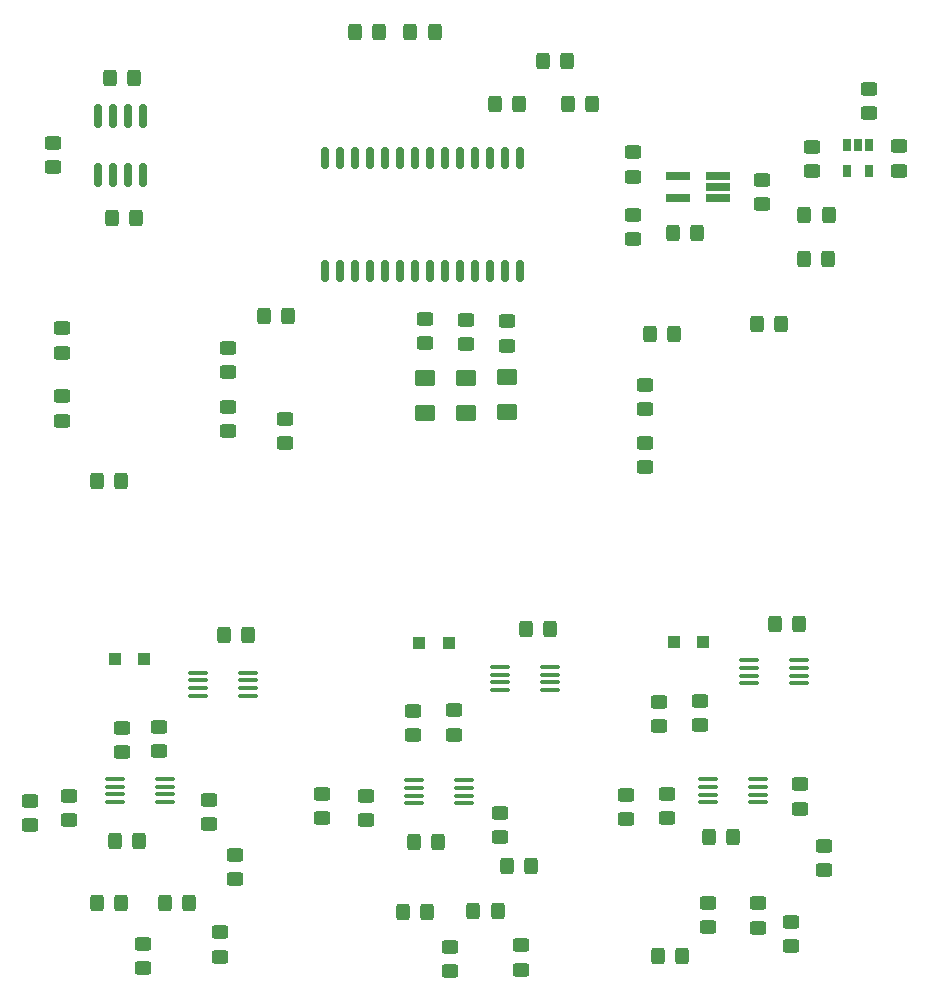
<source format=gtp>
G04 #@! TF.GenerationSoftware,KiCad,Pcbnew,6.0.0*
G04 #@! TF.CreationDate,2022-02-03T14:52:19-05:00*
G04 #@! TF.ProjectId,mama_board,6d616d61-5f62-46f6-9172-642e6b696361,rev?*
G04 #@! TF.SameCoordinates,Original*
G04 #@! TF.FileFunction,Paste,Top*
G04 #@! TF.FilePolarity,Positive*
%FSLAX46Y46*%
G04 Gerber Fmt 4.6, Leading zero omitted, Abs format (unit mm)*
G04 Created by KiCad (PCBNEW 6.0.0) date 2022-02-03 14:52:19*
%MOMM*%
%LPD*%
G01*
G04 APERTURE LIST*
G04 Aperture macros list*
%AMRoundRect*
0 Rectangle with rounded corners*
0 $1 Rounding radius*
0 $2 $3 $4 $5 $6 $7 $8 $9 X,Y pos of 4 corners*
0 Add a 4 corners polygon primitive as box body*
4,1,4,$2,$3,$4,$5,$6,$7,$8,$9,$2,$3,0*
0 Add four circle primitives for the rounded corners*
1,1,$1+$1,$2,$3*
1,1,$1+$1,$4,$5*
1,1,$1+$1,$6,$7*
1,1,$1+$1,$8,$9*
0 Add four rect primitives between the rounded corners*
20,1,$1+$1,$2,$3,$4,$5,0*
20,1,$1+$1,$4,$5,$6,$7,0*
20,1,$1+$1,$6,$7,$8,$9,0*
20,1,$1+$1,$8,$9,$2,$3,0*%
G04 Aperture macros list end*
%ADD10RoundRect,0.249999X0.325001X0.450001X-0.325001X0.450001X-0.325001X-0.450001X0.325001X-0.450001X0*%
%ADD11RoundRect,0.249999X-0.325001X-0.450001X0.325001X-0.450001X0.325001X0.450001X-0.325001X0.450001X0*%
%ADD12RoundRect,0.249999X0.450001X-0.325001X0.450001X0.325001X-0.450001X0.325001X-0.450001X-0.325001X0*%
%ADD13RoundRect,0.150000X-0.150000X0.750000X-0.150000X-0.750000X0.150000X-0.750000X0.150000X0.750000X0*%
%ADD14RoundRect,0.100000X-0.712500X-0.100000X0.712500X-0.100000X0.712500X0.100000X-0.712500X0.100000X0*%
%ADD15RoundRect,0.249999X-0.450001X0.325001X-0.450001X-0.325001X0.450001X-0.325001X0.450001X0.325001X0*%
%ADD16R,1.000000X1.000000*%
%ADD17RoundRect,0.150000X-0.150000X0.825000X-0.150000X-0.825000X0.150000X-0.825000X0.150000X0.825000X0*%
%ADD18R,2.000000X0.650000*%
%ADD19R,0.650000X1.060000*%
%ADD20RoundRect,0.250000X0.625000X-0.462500X0.625000X0.462500X-0.625000X0.462500X-0.625000X-0.462500X0*%
G04 APERTURE END LIST*
D10*
X133925000Y-94300000D03*
X131875000Y-94300000D03*
D11*
X164575000Y-95800000D03*
X166625000Y-95800000D03*
D12*
X133675000Y-105075000D03*
X133675000Y-103025000D03*
D13*
X153531200Y-90495600D03*
X152261200Y-90495600D03*
X150991200Y-90495600D03*
X149721200Y-90495600D03*
X148451200Y-90495600D03*
X147181200Y-90495600D03*
X145911200Y-90495600D03*
X144641200Y-90495600D03*
X143371200Y-90495600D03*
X142101200Y-90495600D03*
X140831200Y-90495600D03*
X139561200Y-90495600D03*
X138291200Y-90495600D03*
X137021200Y-90495600D03*
X137021200Y-80895600D03*
X138291200Y-80895600D03*
X139561200Y-80895600D03*
X140831200Y-80895600D03*
X142101200Y-80895600D03*
X143371200Y-80895600D03*
X144641200Y-80895600D03*
X145911200Y-80895600D03*
X147181200Y-80895600D03*
X148451200Y-80895600D03*
X149721200Y-80895600D03*
X150991200Y-80895600D03*
X152261200Y-80895600D03*
X153531200Y-80895600D03*
D14*
X177191540Y-123478260D03*
X177191540Y-124128260D03*
X177191540Y-124778260D03*
X177191540Y-125428260D03*
X172966540Y-125428260D03*
X172966540Y-124778260D03*
X172966540Y-124128260D03*
X172966540Y-123478260D03*
X173725000Y-133550000D03*
X173725000Y-134200000D03*
X173725000Y-134850000D03*
X173725000Y-135500000D03*
X169500000Y-135500000D03*
X169500000Y-134850000D03*
X169500000Y-134200000D03*
X169500000Y-133550000D03*
D15*
X168809040Y-128978260D03*
X168809040Y-126928260D03*
X177275620Y-136018220D03*
X177275620Y-133968220D03*
X179324000Y-141233000D03*
X179324000Y-139183000D03*
D12*
X169500000Y-144009000D03*
X169500000Y-146059000D03*
D15*
X162508000Y-136883000D03*
X162508000Y-134833000D03*
D10*
X123475000Y-144000000D03*
X125525000Y-144000000D03*
D16*
X169079040Y-121953260D03*
X166579040Y-121953260D03*
D12*
X153625000Y-147600000D03*
X153625000Y-149650000D03*
D15*
X140500000Y-137008000D03*
X140500000Y-134958000D03*
D10*
X130556000Y-121350000D03*
X128506000Y-121350000D03*
D15*
X119877744Y-131219399D03*
X119877744Y-129169399D03*
D10*
X119272873Y-138806839D03*
X121322873Y-138806839D03*
X117725000Y-144000000D03*
X119775000Y-144000000D03*
D17*
X121660000Y-82350000D03*
X120390000Y-82350000D03*
X119120000Y-82350000D03*
X117850000Y-82350000D03*
X117850000Y-77400000D03*
X119120000Y-77400000D03*
X120390000Y-77400000D03*
X121660000Y-77400000D03*
D14*
X156112500Y-124025000D03*
X156112500Y-124675000D03*
X156112500Y-125325000D03*
X156112500Y-125975000D03*
X151887500Y-125975000D03*
X151887500Y-125325000D03*
X151887500Y-124675000D03*
X151887500Y-124025000D03*
X148812500Y-133625000D03*
X148812500Y-134275000D03*
X148812500Y-134925000D03*
X148812500Y-135575000D03*
X144587500Y-135575000D03*
X144587500Y-134925000D03*
X144587500Y-134275000D03*
X144587500Y-133625000D03*
X126275000Y-124500000D03*
X126275000Y-125150000D03*
X126275000Y-125800000D03*
X126275000Y-126450000D03*
X130500000Y-126450000D03*
X130500000Y-125800000D03*
X130500000Y-125150000D03*
X130500000Y-124500000D03*
D18*
X166927040Y-84353480D03*
X166927040Y-82453480D03*
X170347040Y-82453480D03*
X170347040Y-83403480D03*
X170347040Y-84353480D03*
D19*
X183114840Y-82064280D03*
X181214840Y-82064280D03*
X181214840Y-79864280D03*
X182164840Y-79864280D03*
X183114840Y-79864280D03*
D14*
X119300000Y-133525000D03*
X119300000Y-134175000D03*
X119300000Y-134825000D03*
X119300000Y-135475000D03*
X123525000Y-135475000D03*
X123525000Y-134825000D03*
X123525000Y-134175000D03*
X123525000Y-133525000D03*
D15*
X164112500Y-107092100D03*
X164112500Y-105042100D03*
X164137900Y-102219000D03*
X164137900Y-100169000D03*
D12*
X114779200Y-95359900D03*
X114779200Y-97409900D03*
X114779200Y-101125000D03*
X114779200Y-103175000D03*
X128794500Y-97011900D03*
X128794500Y-99061900D03*
X128819900Y-102041100D03*
X128819900Y-104091100D03*
D15*
X173713140Y-146094560D03*
X173713140Y-144044560D03*
X148000000Y-129762000D03*
X148000000Y-127712000D03*
X151892000Y-138439000D03*
X151892000Y-136389000D03*
D11*
X154500000Y-140900000D03*
X152450000Y-140900000D03*
D10*
X149600000Y-144725000D03*
X151650000Y-144725000D03*
D15*
X147625000Y-149800000D03*
X147625000Y-147750000D03*
X136754000Y-136833000D03*
X136754000Y-134783000D03*
X122950000Y-129100000D03*
X122950000Y-131150000D03*
X127200000Y-135275000D03*
X127200000Y-137325000D03*
X129400000Y-139925000D03*
X129400000Y-141975000D03*
D10*
X155460000Y-72697000D03*
X157510000Y-72697000D03*
D15*
X145477800Y-96612600D03*
X145477800Y-94562600D03*
D12*
X163084840Y-80469280D03*
X163084840Y-82519280D03*
X163124840Y-85779280D03*
X163124840Y-87829280D03*
D10*
X157598000Y-76327000D03*
X159648000Y-76327000D03*
D15*
X152412000Y-96815800D03*
X152412000Y-94765800D03*
X148957600Y-96714200D03*
X148957600Y-94664200D03*
X121650000Y-147450000D03*
X121650000Y-149500000D03*
X112100000Y-135373000D03*
X112100000Y-137423000D03*
D11*
X179674840Y-85748980D03*
X177624840Y-85748980D03*
X179649840Y-89457380D03*
X177599840Y-89457380D03*
D20*
X145477800Y-99533600D03*
X145477800Y-102508600D03*
X152412000Y-99508200D03*
X152412000Y-102483200D03*
X148957600Y-99533600D03*
X148957600Y-102508600D03*
D16*
X147500000Y-122000000D03*
X145000000Y-122000000D03*
X119250000Y-123350000D03*
X121750000Y-123350000D03*
D10*
X173636820Y-94959680D03*
X175686820Y-94959680D03*
D11*
X119800000Y-108280000D03*
X117750000Y-108280000D03*
D10*
X175107040Y-120357260D03*
X177157040Y-120357260D03*
D15*
X165309040Y-129053260D03*
X165309040Y-127003260D03*
D10*
X169519182Y-138437678D03*
X171569182Y-138437678D03*
D12*
X176481540Y-145621900D03*
X176481540Y-147671900D03*
D10*
X165195593Y-148498235D03*
X167245593Y-148498235D03*
D15*
X166008000Y-136858000D03*
X166008000Y-134808000D03*
D10*
X154053320Y-120802400D03*
X156103320Y-120802400D03*
D15*
X144500000Y-129787000D03*
X144500000Y-127737000D03*
D10*
X144593418Y-138858501D03*
X146643418Y-138858501D03*
X145675000Y-144750000D03*
X143625000Y-144750000D03*
D11*
X120913000Y-74168000D03*
X118863000Y-74168000D03*
X121075560Y-86012020D03*
X119025560Y-86012020D03*
D12*
X128150000Y-148550000D03*
X128150000Y-146500000D03*
X114006800Y-79671000D03*
X114006800Y-81721000D03*
D10*
X139548000Y-70242000D03*
X141598000Y-70242000D03*
D11*
X146324000Y-70267200D03*
X144274000Y-70267200D03*
D15*
X115350000Y-134975000D03*
X115350000Y-137025000D03*
D11*
X168543640Y-87279280D03*
X166493640Y-87279280D03*
D12*
X185614840Y-79959280D03*
X185614840Y-82009280D03*
X178239840Y-79989280D03*
X178239840Y-82039280D03*
D10*
X151460000Y-76339600D03*
X153510000Y-76339600D03*
D12*
X183074840Y-75099280D03*
X183074840Y-77149280D03*
X174055440Y-82819280D03*
X174055440Y-84869280D03*
M02*

</source>
